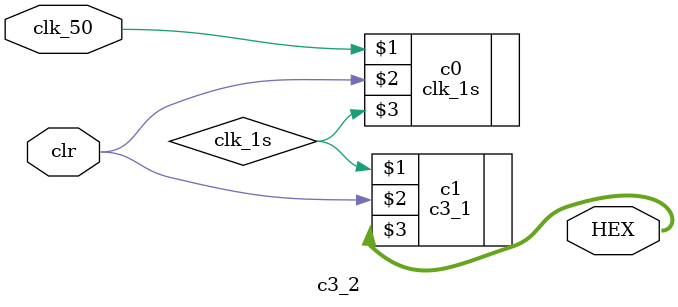
<source format=v>
module c3_2(
	input clk_50, clr,
	output [6:0] HEX
);
	wire clk_1s;
	clk_1s c0(clk_50, clr, clk_1s);
	
	c3_1 c1(clk_1s, clr, HEX);
endmodule 
</source>
